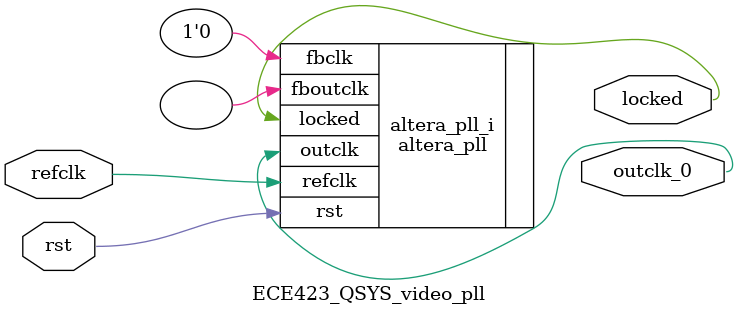
<source format=v>
`timescale 1ns/10ps
module  ECE423_QSYS_video_pll(

	// interface 'refclk'
	input wire refclk,

	// interface 'reset'
	input wire rst,

	// interface 'outclk0'
	output wire outclk_0,

	// interface 'locked'
	output wire locked
);

	altera_pll #(
		.fractional_vco_multiplier("false"),
		.reference_clock_frequency("50.0 MHz"),
		.operation_mode("direct"),
		.number_of_clocks(1),
		.output_clock_frequency0("25.000000 MHz"),
		.phase_shift0("0 ps"),
		.duty_cycle0(50),
		.output_clock_frequency1("0 MHz"),
		.phase_shift1("0 ps"),
		.duty_cycle1(50),
		.output_clock_frequency2("0 MHz"),
		.phase_shift2("0 ps"),
		.duty_cycle2(50),
		.output_clock_frequency3("0 MHz"),
		.phase_shift3("0 ps"),
		.duty_cycle3(50),
		.output_clock_frequency4("0 MHz"),
		.phase_shift4("0 ps"),
		.duty_cycle4(50),
		.output_clock_frequency5("0 MHz"),
		.phase_shift5("0 ps"),
		.duty_cycle5(50),
		.output_clock_frequency6("0 MHz"),
		.phase_shift6("0 ps"),
		.duty_cycle6(50),
		.output_clock_frequency7("0 MHz"),
		.phase_shift7("0 ps"),
		.duty_cycle7(50),
		.output_clock_frequency8("0 MHz"),
		.phase_shift8("0 ps"),
		.duty_cycle8(50),
		.output_clock_frequency9("0 MHz"),
		.phase_shift9("0 ps"),
		.duty_cycle9(50),
		.output_clock_frequency10("0 MHz"),
		.phase_shift10("0 ps"),
		.duty_cycle10(50),
		.output_clock_frequency11("0 MHz"),
		.phase_shift11("0 ps"),
		.duty_cycle11(50),
		.output_clock_frequency12("0 MHz"),
		.phase_shift12("0 ps"),
		.duty_cycle12(50),
		.output_clock_frequency13("0 MHz"),
		.phase_shift13("0 ps"),
		.duty_cycle13(50),
		.output_clock_frequency14("0 MHz"),
		.phase_shift14("0 ps"),
		.duty_cycle14(50),
		.output_clock_frequency15("0 MHz"),
		.phase_shift15("0 ps"),
		.duty_cycle15(50),
		.output_clock_frequency16("0 MHz"),
		.phase_shift16("0 ps"),
		.duty_cycle16(50),
		.output_clock_frequency17("0 MHz"),
		.phase_shift17("0 ps"),
		.duty_cycle17(50),
		.pll_type("General"),
		.pll_subtype("General")
	) altera_pll_i (
		.rst	(rst),
		.outclk	({outclk_0}),
		.locked	(locked),
		.fboutclk	( ),
		.fbclk	(1'b0),
		.refclk	(refclk)
	);
endmodule


</source>
